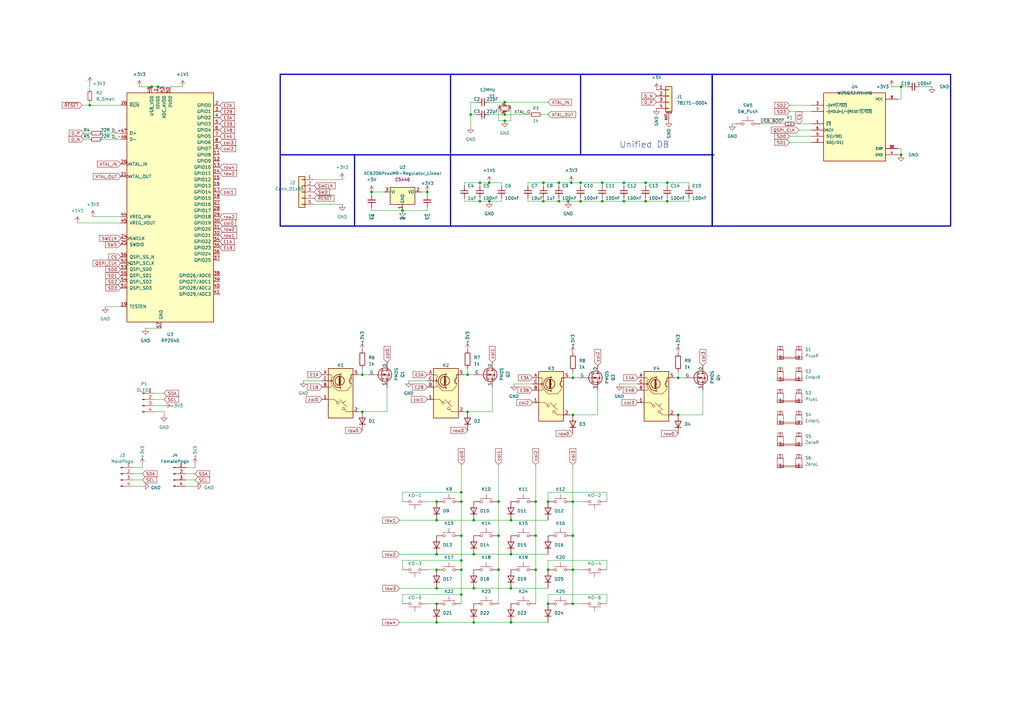
<source format=kicad_sch>
(kicad_sch (version 20230121) (generator eeschema)
  (paper "A3")
  (junction (at 148.59 153.67))
  (junction (at 191.77 153.67))
  (junction (at 200.66 82.55))
  (junction (at 179.07 227.33))
  (junction (at 278.13 154.94))
  (junction (at 64.77 35.56))
  (junction (at 224.79 233.68))
  (junction (at 209.55 241.3))
  (junction (at 234.95 233.68))
  (junction (at 194.31 255.27))
  (junction (at 234.95 247.65))
  (junction (at 179.07 255.27))
  (junction (at 219.71 205.74))
  (junction (at 189.23 229.87))
  (junction (at 165.1 86.36) (diameter 0.9144))
  (junction (at 369.57 35.56))
  (junction (at 209.55 227.33))
  (junction (at 189.23 243.84))
  (junction (at 148.59 168.91))
  (junction (at 278.13 170.18))
  (junction (at 222.885 82.55))
  (junction (at 179.07 247.65))
  (junction (at 229.235 82.55))
  (junction (at 179.07 241.3))
  (junction (at 234.95 205.74))
  (junction (at 175.26 78.74) (diameter 0.9144))
  (junction (at 234.95 154.94))
  (junction (at 207.01 46.99))
  (junction (at 194.31 213.36))
  (junction (at 204.47 219.71))
  (junction (at 179.07 205.74))
  (junction (at 196.85 82.55))
  (junction (at 238.125 82.55))
  (junction (at 179.07 233.68))
  (junction (at 229.235 74.93))
  (junction (at 234.315 74.93))
  (junction (at 207.01 41.91))
  (junction (at 196.85 74.93))
  (junction (at 191.77 168.91))
  (junction (at 179.07 213.36))
  (junction (at 234.95 219.71))
  (junction (at 369.57 63.5))
  (junction (at 222.885 74.93))
  (junction (at 219.71 233.68))
  (junction (at 209.55 213.36))
  (junction (at 224.79 205.74))
  (junction (at 62.23 35.56))
  (junction (at 264.795 82.55))
  (junction (at 273.685 82.55))
  (junction (at 264.795 74.93))
  (junction (at 200.66 74.93))
  (junction (at 219.71 219.71))
  (junction (at 247.015 82.55))
  (junction (at 204.47 233.68))
  (junction (at 234.95 170.18))
  (junction (at 189.23 219.71))
  (junction (at 207.01 49.53))
  (junction (at 189.23 205.74))
  (junction (at 194.31 227.33))
  (junction (at 238.125 74.93))
  (junction (at 233.045 82.55))
  (junction (at 224.79 247.65))
  (junction (at 204.47 205.74))
  (junction (at 209.55 255.27))
  (junction (at 273.685 74.93))
  (junction (at 193.04 46.99))
  (junction (at 194.31 241.3))
  (junction (at 189.23 201.93))
  (junction (at 152.4 78.74) (diameter 0.9144))
  (junction (at 36.83 43.18))
  (junction (at 247.015 74.93))
  (junction (at 255.905 82.55))
  (junction (at 189.23 233.68))
  (junction (at 255.905 74.93))
  (wire (pts (xy 234.95 233.68) (xy 238.76 233.68)))
  (wire (pts (xy 224.79 201.93) (xy 224.79 205.74)))
  (wire (pts (xy 189.23 201.93) (xy 165.1 201.93)))
  (wire (pts (xy 245.11 170.18) (xy 245.11 160.02)))
  (wire (pts (xy 193.04 41.91) (xy 193.04 46.99)))
  (wire (pts (xy 278.13 170.18) (xy 288.29 170.18)))
  (wire (pts (xy 140.335 83.82) (xy 128.905 83.82)))
  (wire (pts (xy 276.86 170.18) (xy 278.13 170.18)))
  (wire (pts (xy 238.125 74.93) (xy 247.015 74.93)))
  (wire (pts (xy 222.25 46.99) (xy 224.79 46.99)))
  (wire (pts (xy 179.07 213.36) (xy 194.31 213.36)))
  (wire (pts (xy 58.42 191.77) (xy 58.42 190.5)))
  (wire (pts (xy 152.4 85.09) (xy 152.4 86.36)))
  (wire (pts (xy 323.85 43.18) (xy 332.74 43.18)))
  (wire (pts (xy 152.4 78.74) (xy 152.4 80.01)))
  (wire (pts (xy 204.47 190.5) (xy 204.47 205.74)))
  (wire (pts (xy 219.71 205.74) (xy 219.71 219.71)))
  (wire (pts (xy 148.59 168.91) (xy 158.75 168.91)))
  (wire (pts (xy 200.66 41.91) (xy 207.01 41.91)))
  (wire (pts (xy 255.905 74.93) (xy 255.905 76.2)))
  (polyline (pts (xy 238.125 30.48) (xy 238.125 63.5)) (stroke (width 0.5) (type solid)))
  (wire (pts (xy 179.07 255.27) (xy 194.31 255.27)))
  (wire (pts (xy 194.31 255.27) (xy 209.55 255.27)))
  (wire (pts (xy 233.68 170.18) (xy 234.95 170.18)))
  (wire (pts (xy 264.795 82.55) (xy 273.685 82.55)))
  (wire (pts (xy 216.535 74.93) (xy 222.885 74.93)))
  (wire (pts (xy 191.77 168.91) (xy 201.93 168.91)))
  (wire (pts (xy 209.55 49.53) (xy 207.01 49.53)))
  (wire (pts (xy 368.3 60.96) (xy 369.57 60.96)))
  (wire (pts (xy 323.85 55.88) (xy 332.74 55.88)))
  (wire (pts (xy 57.15 35.56) (xy 62.23 35.56)))
  (wire (pts (xy 247.015 82.55) (xy 247.015 81.28)))
  (wire (pts (xy 264.795 81.28) (xy 264.795 82.55)))
  (wire (pts (xy 323.85 58.42) (xy 332.74 58.42)))
  (wire (pts (xy 365.76 35.56) (xy 369.57 35.56)))
  (wire (pts (xy 224.79 243.84) (xy 224.79 247.65)))
  (wire (pts (xy 76.2 199.39) (xy 80.01 199.39)))
  (wire (pts (xy 204.47 44.45) (xy 204.47 49.53)))
  (wire (pts (xy 207.01 46.99) (xy 217.17 46.99)))
  (wire (pts (xy 209.55 255.27) (xy 224.79 255.27)))
  (wire (pts (xy 368.3 63.5) (xy 369.57 63.5)))
  (wire (pts (xy 54.61 191.77) (xy 58.42 191.77)))
  (wire (pts (xy 234.95 219.71) (xy 234.95 233.68)))
  (wire (pts (xy 200.66 46.99) (xy 207.01 46.99)))
  (wire (pts (xy 193.04 46.99) (xy 193.04 52.07)))
  (wire (pts (xy 276.86 154.94) (xy 278.13 154.94)))
  (wire (pts (xy 205.74 82.55) (xy 205.74 81.28)))
  (wire (pts (xy 254 157.48) (xy 261.62 157.48)))
  (wire (pts (xy 62.23 35.56) (xy 64.77 35.56)))
  (wire (pts (xy 369.57 35.56) (xy 372.11 35.56)))
  (wire (pts (xy 282.575 74.93) (xy 282.575 76.2)))
  (wire (pts (xy 311.785 50.8) (xy 321.31 50.8)))
  (wire (pts (xy 43.18 125.73) (xy 49.53 125.73)))
  (wire (pts (xy 165.1 243.84) (xy 189.23 243.84)))
  (wire (pts (xy 248.92 243.84) (xy 224.79 243.84)))
  (wire (pts (xy 189.23 243.84) (xy 189.23 247.65)))
  (wire (pts (xy 189.23 233.68) (xy 189.23 243.84)))
  (wire (pts (xy 34.29 54.61) (xy 36.83 54.61)))
  (wire (pts (xy 175.26 85.09) (xy 175.26 86.36)))
  (wire (pts (xy 190.5 168.91) (xy 191.77 168.91)))
  (polyline (pts (xy 114.935 63.5) (xy 292.735 63.5)) (stroke (width 0.5) (type solid)))
  (wire (pts (xy 163.83 255.27) (xy 179.07 255.27)))
  (wire (pts (xy 165.1 229.87) (xy 189.23 229.87)))
  (wire (pts (xy 80.01 191.77) (xy 80.01 190.5)))
  (wire (pts (xy 49.53 91.44) (xy 31.75 91.44)))
  (wire (pts (xy 41.91 54.61) (xy 49.53 54.61)))
  (wire (pts (xy 54.61 196.85) (xy 58.42 196.85)))
  (wire (pts (xy 300.355 50.8) (xy 301.625 50.8)))
  (polyline (pts (xy 114.935 30.48) (xy 185.42 30.48)) (stroke (width 0.5) (type solid)))
  (wire (pts (xy 368.3 40.64) (xy 369.57 40.64)))
  (wire (pts (xy 273.685 74.93) (xy 282.575 74.93)))
  (wire (pts (xy 229.235 74.93) (xy 222.885 74.93)))
  (wire (pts (xy 273.685 82.55) (xy 282.575 82.55)))
  (wire (pts (xy 194.31 213.36) (xy 209.55 213.36)))
  (wire (pts (xy 163.83 227.33) (xy 179.07 227.33)))
  (wire (pts (xy 148.59 151.13) (xy 148.59 153.67)))
  (wire (pts (xy 222.885 74.93) (xy 222.885 76.2)))
  (polyline (pts (xy 114.935 92.71) (xy 292.1 92.71)) (stroke (width 0.5) (type solid)))
  (wire (pts (xy 63.5 166.37) (xy 67.31 166.37)))
  (wire (pts (xy 163.83 241.3) (xy 179.07 241.3)))
  (wire (pts (xy 273.685 74.93) (xy 273.685 76.2)))
  (wire (pts (xy 69.85 35.56) (xy 74.93 35.56)))
  (wire (pts (xy 179.07 241.3) (xy 194.31 241.3)))
  (wire (pts (xy 54.61 194.31) (xy 58.42 194.31)))
  (wire (pts (xy 200.66 82.55) (xy 205.74 82.55)))
  (wire (pts (xy 200.66 74.93) (xy 196.85 74.93)))
  (wire (pts (xy 234.95 190.5) (xy 234.95 205.74)))
  (wire (pts (xy 196.85 82.55) (xy 200.66 82.55)))
  (wire (pts (xy 190.5 82.55) (xy 196.85 82.55)))
  (wire (pts (xy 194.31 227.33) (xy 209.55 227.33)))
  (wire (pts (xy 255.905 74.93) (xy 264.795 74.93)))
  (wire (pts (xy 34.29 57.15) (xy 36.83 57.15)))
  (wire (pts (xy 219.71 219.71) (xy 219.71 233.68)))
  (wire (pts (xy 233.68 154.94) (xy 234.95 154.94)))
  (wire (pts (xy 234.95 170.18) (xy 245.11 170.18)))
  (wire (pts (xy 229.235 74.93) (xy 234.315 74.93)))
  (wire (pts (xy 247.015 82.55) (xy 255.905 82.55)))
  (wire (pts (xy 323.85 45.72) (xy 332.74 45.72)))
  (wire (pts (xy 191.77 151.13) (xy 191.77 153.67)))
  (wire (pts (xy 264.795 74.93) (xy 264.795 76.2)))
  (wire (pts (xy 36.83 34.29) (xy 36.83 36.83)))
  (wire (pts (xy 189.23 205.74) (xy 189.23 219.71)))
  (wire (pts (xy 248.92 233.68) (xy 248.92 229.87)))
  (wire (pts (xy 148.59 153.67) (xy 151.13 153.67)))
  (wire (pts (xy 248.92 247.65) (xy 248.92 243.84)))
  (wire (pts (xy 369.57 60.96) (xy 369.57 63.5)))
  (wire (pts (xy 255.905 81.28) (xy 255.905 82.55)))
  (wire (pts (xy 152.4 78.74) (xy 157.48 78.74)))
  (wire (pts (xy 175.26 205.74) (xy 179.07 205.74)))
  (wire (pts (xy 195.58 41.91) (xy 193.04 41.91)))
  (wire (pts (xy 204.47 205.74) (xy 204.47 219.71)))
  (wire (pts (xy 234.95 154.94) (xy 237.49 154.94)))
  (wire (pts (xy 326.39 50.8) (xy 332.74 50.8)))
  (wire (pts (xy 76.2 194.31) (xy 80.01 194.31)))
  (polyline (pts (xy 238.76 30.48) (xy 292.1 30.48)) (stroke (width 0.5) (type solid)))
  (wire (pts (xy 207.01 41.91) (xy 224.79 41.91)))
  (wire (pts (xy 238.125 74.93) (xy 238.125 76.2)))
  (wire (pts (xy 165.1 201.93) (xy 165.1 205.74)))
  (wire (pts (xy 219.71 233.68) (xy 219.71 247.65)))
  (wire (pts (xy 288.29 170.18) (xy 288.29 160.02)))
  (wire (pts (xy 76.2 191.77) (xy 80.01 191.77)))
  (wire (pts (xy 163.83 213.36) (xy 179.07 213.36)))
  (wire (pts (xy 204.47 233.68) (xy 204.47 247.65)))
  (wire (pts (xy 234.95 247.65) (xy 238.76 247.65)))
  (wire (pts (xy 273.685 82.55) (xy 273.685 81.28)))
  (wire (pts (xy 264.795 74.93) (xy 273.685 74.93)))
  (wire (pts (xy 377.19 35.56) (xy 382.27 35.56)))
  (wire (pts (xy 67.31 168.91) (xy 67.31 170.18)))
  (wire (pts (xy 229.235 81.28) (xy 229.235 82.55)))
  (wire (pts (xy 124.46 156.21) (xy 132.08 156.21)))
  (wire (pts (xy 201.93 168.91) (xy 201.93 158.75)))
  (wire (pts (xy 63.5 168.91) (xy 67.31 168.91)))
  (wire (pts (xy 194.31 241.3) (xy 209.55 241.3)))
  (wire (pts (xy 33.655 43.18) (xy 36.83 43.18)))
  (wire (pts (xy 64.77 35.56) (xy 67.31 35.56)))
  (polyline (pts (xy 114.935 92.71) (xy 114.935 30.48)) (stroke (width 0.5) (type solid)))
  (wire (pts (xy 189.23 190.5) (xy 189.23 201.93)))
  (wire (pts (xy 233.045 82.55) (xy 238.125 82.55)))
  (wire (pts (xy 175.26 78.74) (xy 175.26 80.01)))
  (wire (pts (xy 38.1 88.9) (xy 49.53 88.9)))
  (wire (pts (xy 167.64 156.21) (xy 175.26 156.21)))
  (wire (pts (xy 179.07 227.33) (xy 194.31 227.33)))
  (wire (pts (xy 234.315 74.93) (xy 238.125 74.93)))
  (wire (pts (xy 41.91 57.15) (xy 49.53 57.15)))
  (wire (pts (xy 224.79 229.87) (xy 224.79 233.68)))
  (wire (pts (xy 190.5 153.67) (xy 191.77 153.67)))
  (wire (pts (xy 54.61 199.39) (xy 58.42 199.39)))
  (wire (pts (xy 282.575 82.55) (xy 282.575 81.28)))
  (wire (pts (xy 209.55 213.36) (xy 224.79 213.36)))
  (wire (pts (xy 175.26 247.65) (xy 179.07 247.65)))
  (wire (pts (xy 204.47 219.71) (xy 204.47 233.68)))
  (polyline (pts (xy 185.42 30.48) (xy 238.76 30.48)) (stroke (width 0.5) (type solid)))
  (wire (pts (xy 36.83 43.18) (xy 49.53 43.18)))
  (wire (pts (xy 278.13 154.94) (xy 280.67 154.94)))
  (wire (pts (xy 172.72 78.74) (xy 175.26 78.74)))
  (wire (pts (xy 190.5 81.28) (xy 190.5 82.55)))
  (wire (pts (xy 63.5 161.29) (xy 67.31 161.29)))
  (wire (pts (xy 229.235 82.55) (xy 233.045 82.55)))
  (wire (pts (xy 247.015 74.93) (xy 255.905 74.93)))
  (wire (pts (xy 248.92 201.93) (xy 224.79 201.93)))
  (wire (pts (xy 369.57 35.56) (xy 369.57 40.64)))
  (wire (pts (xy 76.2 196.85) (xy 80.01 196.85)))
  (wire (pts (xy 196.85 81.28) (xy 196.85 82.55)))
  (wire (pts (xy 216.535 76.2) (xy 216.535 74.93)))
  (wire (pts (xy 193.04 46.99) (xy 195.58 46.99)))
  (wire (pts (xy 63.5 163.83) (xy 67.31 163.83)))
  (wire (pts (xy 200.66 74.93) (xy 205.74 74.93)))
  (wire (pts (xy 209.55 227.33) (xy 224.79 227.33)))
  (wire (pts (xy 59.69 134.62) (xy 66.04 134.62)))
  (wire (pts (xy 165.1 247.65) (xy 165.1 243.84)))
  (polyline (pts (xy 145.415 63.5) (xy 145.415 92.71)) (stroke (width 0.5) (type solid)))
  (wire (pts (xy 158.75 168.91) (xy 158.75 158.75)))
  (wire (pts (xy 209.55 44.45) (xy 209.55 49.53)))
  (wire (pts (xy 189.23 201.93) (xy 189.23 205.74)))
  (wire (pts (xy 165.1 86.36) (xy 175.26 86.36)))
  (wire (pts (xy 248.92 205.74) (xy 248.92 201.93)))
  (wire (pts (xy 234.95 205.74) (xy 234.95 219.71)))
  (wire (pts (xy 238.125 82.55) (xy 247.015 82.55)))
  (wire (pts (xy 216.535 81.28) (xy 216.535 82.55)))
  (wire (pts (xy 234.95 152.4) (xy 234.95 154.94)))
  (wire (pts (xy 189.23 229.87) (xy 189.23 233.68)))
  (wire (pts (xy 196.85 74.93) (xy 190.5 74.93)))
  (wire (pts (xy 128.905 73.66) (xy 140.335 73.66)))
  (wire (pts (xy 209.55 241.3) (xy 224.79 241.3)))
  (wire (pts (xy 147.32 153.67) (xy 148.59 153.67)))
  (wire (pts (xy 165.1 86.36) (xy 152.4 86.36)))
  (wire (pts (xy 36.83 41.91) (xy 36.83 43.18)))
  (wire (pts (xy 234.95 233.68) (xy 234.95 247.65)))
  (wire (pts (xy 165.1 233.68) (xy 165.1 229.87)))
  (wire (pts (xy 247.015 74.93) (xy 247.015 76.2)))
  (wire (pts (xy 205.74 74.93) (xy 205.74 76.2)))
  (wire (pts (xy 327.66 53.34) (xy 332.74 53.34)))
  (wire (pts (xy 219.71 190.5) (xy 219.71 205.74)))
  (wire (pts (xy 210.82 157.48) (xy 218.44 157.48)))
  (wire (pts (xy 204.47 49.53) (xy 207.01 49.53)))
  (wire (pts (xy 229.235 74.93) (xy 229.235 76.2)))
  (wire (pts (xy 255.905 82.55) (xy 264.795 82.55)))
  (wire (pts (xy 147.32 168.91) (xy 148.59 168.91)))
  (wire (pts (xy 248.92 229.87) (xy 224.79 229.87)))
  (wire (pts (xy 189.23 219.71) (xy 189.23 229.87)))
  (wire (pts (xy 238.125 82.55) (xy 238.125 81.28)))
  (wire (pts (xy 234.95 205.74) (xy 238.76 205.74)))
  (wire (pts (xy 222.885 81.28) (xy 222.885 82.55)))
  (polyline (pts (xy 184.785 30.48) (xy 184.785 92.71)) (stroke (width 0.5) (type solid)))
  (polyline (pts (xy 292.1 92.71) (xy 292.1 30.48)) (stroke (width 0.5) (type solid)))
  (wire (pts (xy 191.77 153.67) (xy 194.31 153.67)))
  (wire (pts (xy 190.5 74.93) (xy 190.5 76.2)))
  (wire (pts (xy 278.13 152.4) (xy 278.13 154.94)))
  (wire (pts (xy 175.26 233.68) (xy 179.07 233.68)))
  (wire (pts (xy 196.85 74.93) (xy 196.85 76.2)))
  (wire (pts (xy 222.885 82.55) (xy 229.235 82.55)))
  (wire (pts (xy 216.535 82.55) (xy 222.885 82.55)))
  (rectangle (start 292.1 30.48) (end 389.89 92.71) (stroke (width 0.5)))
  (text "Unified DB" (at 254 60.96 0) (effects (font (size 2.54 2.54)) (justify left bottom)))
  (label "XTAL_O" (at 210.82 46.99 0))
  (label "~{USB_BOOT}" (at 311.785 50.8 0))
  (label "D_+" (at 45.72 54.61 0))
  (label "D_-" (at 45.72 57.15 0))
  (global_label "SD1" (shape input) (at 49.53 113.03 180) (property "Intersheetrefs" "${INTERSHEET_REFS}" (effects hide)))
  (global_label "row4" (shape input) (at 90.17 68.58 0) (property "Intersheetrefs" "${INTERSHEET_REFS}" (effects hide)))
  (global_label "col1" (shape input) (at 90.17 78.74 0) (property "Intersheetrefs" "${INTERSHEET_REFS}" (effects hide)))
  (global_label "SWCLK" (shape input) (at 49.53 97.79 180) (property "Intersheetrefs" "${INTERSHEET_REFS}" (effects hide)))
  (global_label "E4A" (shape input) (at 261.62 154.94 180) (property "Intersheetrefs" "${INTERSHEET_REFS}" (effects hide)))
  (global_label "E4B" (shape input) (at 261.62 160.02 180) (property "Intersheetrefs" "${INTERSHEET_REFS}" (effects hide)))
  (global_label "row3" (shape input) (at 163.83 241.3 180) (property "Intersheetrefs" "${INTERSHEET_REFS}" (effects hide)))
  (global_label "E1B" (shape input) (at 90.17 101.6 0) (property "Intersheetrefs" "${INTERSHEET_REFS}" (effects hide)))
  (global_label "col0" (shape input) (at 90.17 91.44 0) (property "Intersheetrefs" "${INTERSHEET_REFS}" (effects hide)))
  (global_label "E3A" (shape input) (at 218.44 154.94 180) (property "Intersheetrefs" "${INTERSHEET_REFS}" (effects hide)))
  (global_label "col0" (shape input) (at 158.75 148.59 90) (property "Intersheetrefs" "${INTERSHEET_REFS}" (effects hide)))
  (global_label "row1" (shape input) (at 163.83 213.36 180) (property "Intersheetrefs" "${INTERSHEET_REFS}" (effects hide)))
  (global_label "E3B" (shape input) (at 90.17 50.8 0) (property "Intersheetrefs" "${INTERSHEET_REFS}" (effects hide)))
  (global_label "E3A" (shape input) (at 90.17 48.26 0) (property "Intersheetrefs" "${INTERSHEET_REFS}" (effects hide)))
  (global_label "col2" (shape input) (at 245.11 149.86 90) (property "Intersheetrefs" "${INTERSHEET_REFS}" (effects hide)))
  (global_label "col3" (shape input) (at 261.62 165.1 180) (property "Intersheetrefs" "${INTERSHEET_REFS}" (effects hide)))
  (global_label "CS" (shape input) (at 49.53 105.41 180) (property "Intersheetrefs" "${INTERSHEET_REFS}" (effects hide)))
  (global_label "~{RESET}" (shape input) (at 33.655 43.18 180) (property "Intersheetrefs" "${INTERSHEET_REFS}" (effects hide)))
  (global_label "SD1" (shape input) (at 323.85 58.42 180) (property "Intersheetrefs" "${INTERSHEET_REFS}" (effects hide)))
  (global_label "row0" (shape input) (at 90.17 93.98 0) (property "Intersheetrefs" "${INTERSHEET_REFS}" (effects hide)))
  (global_label "SWCLK" (shape input) (at 128.905 76.2 0) (property "Intersheetrefs" "${INTERSHEET_REFS}" (effects hide)))
  (global_label "SDA" (shape input) (at 67.31 161.29 0) (property "Intersheetrefs" "${INTERSHEET_REFS}" (effects hide)))
  (global_label "SCL" (shape input) (at 67.31 163.83 0) (property "Intersheetrefs" "${INTERSHEET_REFS}" (effects hide)))
  (global_label "row0" (shape input) (at 234.95 177.8 180) (property "Intersheetrefs" "${INTERSHEET_REFS}" (effects hide)))
  (global_label "col2" (shape input) (at 90.17 60.96 0) (property "Intersheetrefs" "${INTERSHEET_REFS}" (effects hide)))
  (global_label "E1A" (shape input) (at 132.08 153.67 180) (property "Intersheetrefs" "${INTERSHEET_REFS}" (effects hide)))
  (global_label "E2B" (shape input) (at 90.17 45.72 0) (property "Intersheetrefs" "${INTERSHEET_REFS}" (effects hide)))
  (global_label "SD3" (shape input) (at 49.53 118.11 180) (property "Intersheetrefs" "${INTERSHEET_REFS}" (effects hide)))
  (global_label "row3" (shape input) (at 90.17 71.12 0) (property "Intersheetrefs" "${INTERSHEET_REFS}" (effects hide)))
  (global_label "SD3" (shape input) (at 323.85 45.72 180) (property "Intersheetrefs" "${INTERSHEET_REFS}" (effects hide)))
  (global_label "E1B" (shape input) (at 132.08 158.75 180) (property "Intersheetrefs" "${INTERSHEET_REFS}" (effects hide)))
  (global_label "col1" (shape input) (at 201.93 148.59 90) (property "Intersheetrefs" "${INTERSHEET_REFS}" (effects hide)))
  (global_label "XTAL_IN" (shape input) (at 224.79 41.91 0) (property "Intersheetrefs" "${INTERSHEET_REFS}" (effects hide)))
  (global_label "XTAL_OUT" (shape input) (at 224.79 46.99 0) (property "Intersheetrefs" "${INTERSHEET_REFS}" (effects hide)))
  (global_label "XTAL_OUT" (shape input) (at 49.53 72.39 180) (property "Intersheetrefs" "${INTERSHEET_REFS}" (effects hide)))
  (global_label "D_N" (shape input) (at 269.24 39.37 180) (property "Intersheetrefs" "${INTERSHEET_REFS}" (effects hide)))
  (global_label "row2" (shape input) (at 163.83 227.33 180) (property "Intersheetrefs" "${INTERSHEET_REFS}" (effects hide)))
  (global_label "E2B" (shape input) (at 175.26 158.75 180) (property "Intersheetrefs" "${INTERSHEET_REFS}" (effects hide)))
  (global_label "QSPI_CLK" (shape input) (at 327.66 53.34 180) (property "Intersheetrefs" "${INTERSHEET_REFS}" (effects hide)))
  (global_label "~{RESET}" (shape input) (at 128.905 81.28 0) (property "Intersheetrefs" "${INTERSHEET_REFS}" (effects hide)))
  (global_label "CS" (shape input) (at 327.66 50.8 90) (property "Intersheetrefs" "${INTERSHEET_REFS}" (effects hide)))
  (global_label "QSPI_CLK" (shape input) (at 49.53 107.95 180) (property "Intersheetrefs" "${INTERSHEET_REFS}" (effects hide)))
  (global_label "SD0" (shape input) (at 323.85 55.88 180) (property "Intersheetrefs" "${INTERSHEET_REFS}" (effects hide)))
  (global_label "SDA" (shape input) (at 80.01 194.31 0) (property "Intersheetrefs" "${INTERSHEET_REFS}" (effects hide)))
  (global_label "col0" (shape input) (at 132.08 163.83 180) (property "Intersheetrefs" "${INTERSHEET_REFS}" (effects hide)))
  (global_label "SDA" (shape input) (at 58.42 194.31 0) (property "Intersheetrefs" "${INTERSHEET_REFS}" (effects hide)))
  (global_label "E4B" (shape input) (at 90.17 53.34 0) (property "Intersheetrefs" "${INTERSHEET_REFS}" (effects hide)))
  (global_label "D_P" (shape input) (at 269.24 41.91 180) (property "Intersheetrefs" "${INTERSHEET_REFS}" (effects hide)))
  (global_label "col1" (shape input) (at 175.26 163.83 180) (property "Intersheetrefs" "${INTERSHEET_REFS}" (effects hide)))
  (global_label "row0" (shape input) (at 191.77 176.53 180) (property "Intersheetrefs" "${INTERSHEET_REFS}" (effects hide)))
  (global_label "E2A" (shape input) (at 175.26 153.67 180) (property "Intersheetrefs" "${INTERSHEET_REFS}" (effects hide)))
  (global_label "col0" (shape input) (at 189.23 190.5 90) (property "Intersheetrefs" "${INTERSHEET_REFS}" (effects hide)))
  (global_label "SD0" (shape input) (at 49.53 110.49 180) (property "Intersheetrefs" "${INTERSHEET_REFS}" (effects hide)))
  (global_label "SWD" (shape input) (at 128.905 78.74 0) (property "Intersheetrefs" "${INTERSHEET_REFS}" (effects hide)))
  (global_label "col3" (shape input) (at 288.29 149.86 90) (property "Intersheetrefs" "${INTERSHEET_REFS}" (effects hide)))
  (global_label "SD2" (shape input) (at 49.53 115.57 180) (property "Intersheetrefs" "${INTERSHEET_REFS}" (effects hide)))
  (global_label "E3B" (shape input) (at 218.44 160.02 180) (property "Intersheetrefs" "${INTERSHEET_REFS}" (effects hide)))
  (global_label "col3" (shape input) (at 90.17 58.42 0) (property "Intersheetrefs" "${INTERSHEET_REFS}" (effects hide)))
  (global_label "col3" (shape input) (at 234.95 190.5 90) (property "Intersheetrefs" "${INTERSHEET_REFS}" (effects hide)))
  (global_label "SCL" (shape input) (at 58.42 196.85 0) (property "Intersheetrefs" "${INTERSHEET_REFS}" (effects hide)))
  (global_label "D_P" (shape input) (at 34.29 54.61 180) (property "Intersheetrefs" "${INTERSHEET_REFS}" (effects hide)))
  (global_label "E4A" (shape input) (at 90.17 55.88 0) (property "Intersheetrefs" "${INTERSHEET_REFS}" (effects hide)))
  (global_label "col1" (shape input) (at 204.47 190.5 90) (property "Intersheetrefs" "${INTERSHEET_REFS}" (effects hide)))
  (global_label "E2A" (shape input) (at 90.17 43.18 0) (property "Intersheetrefs" "${INTERSHEET_REFS}" (effects hide)))
  (global_label "row2" (shape input) (at 90.17 88.9 0) (property "Intersheetrefs" "${INTERSHEET_REFS}" (effects hide)))
  (global_label "row0" (shape input) (at 148.59 176.53 180) (property "Intersheetrefs" "${INTERSHEET_REFS}" (effects hide)))
  (global_label "SCL" (shape input) (at 80.01 196.85 0) (property "Intersheetrefs" "${INTERSHEET_REFS}" (effects hide)))
  (global_label "col2" (shape input) (at 219.71 190.5 90) (property "Intersheetrefs" "${INTERSHEET_REFS}" (effects hide)))
  (global_label "row1" (shape input) (at 90.17 96.52 0) (property "Intersheetrefs" "${INTERSHEET_REFS}" (effects hide)))
  (global_label "col2" (shape input) (at 218.44 165.1 180) (property "Intersheetrefs" "${INTERSHEET_REFS}" (effects hide)))
  (global_label "SWD" (shape input) (at 49.53 100.33 180) (property "Intersheetrefs" "${INTERSHEET_REFS}" (effects hide)))
  (global_label "SD2" (shape input) (at 323.85 43.18 180) (property "Intersheetrefs" "${INTERSHEET_REFS}" (effects hide)))
  (global_label "row4" (shape input) (at 163.83 255.27 180) (property "Intersheetrefs" "${INTERSHEET_REFS}" (effects hide)))
  (global_label "D_N" (shape input) (at 34.29 57.15 180) (property "Intersheetrefs" "${INTERSHEET_REFS}" (effects hide)))
  (global_label "row0" (shape input) (at 278.13 177.8 180) (property "Intersheetrefs" "${INTERSHEET_REFS}" (effects hide)))
  (global_label "XTAL_IN" (shape input) (at 49.53 67.31 180) (property "Intersheetrefs" "${INTERSHEET_REFS}" (effects hide)))
  (global_label "E1A" (shape input) (at 90.17 99.06 0) (property "Intersheetrefs" "${INTERSHEET_REFS}" (effects hide)))
  (symbol (lib_id "power:+3V3") (at 278.13 144.78 0) (unit 1)
    (property "Reference" "#PWR028" (effects hide))
    (property "Value" "+3V3" (at 278.13 139.7 90))
  )
  (symbol (lib_id "Device:C_Small") (at 282.575 78.74 0) (unit 1)
    (property "Reference" "C15" (at 283.845 76.1999 0) (effects (justify left)))
    (property "Value" "100nF" (at 283.845 81.2799 0) (effects (justify left)))
    (property "Footprint" "Capacitor_SMD:C_0402_1005Metric" (effects hide))
    (property "LCSC" "C1525" (effects hide))
  )
  (symbol (lib_id "Connector:Conn_01x04_Male") (at 58.42 163.83 0) (unit 1)
    (property "Reference" "P1" (at 59.055 157.48 0))
    (property "Value" "OLED2" (at 59.055 160.02 0))
    (property "Footprint" "Libraries:OLED_v2" (effects hide))
  )
  (symbol (lib_id "power:+3V3") (at 140.335 73.66 0) (unit 1)
    (property "Reference" "#PWR014" (effects hide))
    (property "Value" "+3V3" (at 140.335 68.58 0))
  )
  (symbol (lib_name "SW_Push_1") (lib_id "Switch:SW_Push") (at 170.18 205.74 180) (unit 1)
    (property "Reference" "KO-1" (at 170.18 203.2 0))
    (property "Value" "Left+" (effects hide))
    (property "Footprint" "Switch_Keyboard_Hotswap_Kailh:SW_Hotswap_Kailh_MX_plated_1.00u_Vias" (effects hide))
  )
  (symbol (lib_id "marbastlib-mx:MX_stab") (at 323.85 189.23 0) (unit 1)
    (property "Reference" "S6" (at 330.2 187.8329 0) (effects (justify left)))
    (property "Value" "ZeroL" (at 330.2 190.3729 0) (effects (justify left)))
    (property "Footprint" "marbastlib-mx:STAB_MX_P_2u" (effects hide))
  )
  (symbol (lib_id "Switch:SW_Push") (at 184.15 247.65 0) (unit 1)
    (property "Reference" "K22" (at 184.15 242.57 0))
    (property "Value" "LZero" (effects hide))
    (property "Footprint" "Switch_Keyboard_Hotswap_Kailh:SW_Hotswap_Millmax_1.00u" (effects hide))
  )
  (symbol (lib_id "Switch:SW_Push") (at 184.15 205.74 0) (unit 1)
    (property "Reference" "K9" (at 184.15 200.66 0))
    (property "Value" "7" (effects hide))
    (property "Footprint" "Switch_Keyboard_Hotswap_Kailh:SW_Hotswap_Kailh_MX_plated_1.00u_Vias" (effects hide))
  )
  (symbol (lib_id "power:+3V3") (at 36.83 34.29 0) (unit 1)
    (property "Reference" "#PWR03" (effects hide))
    (property "Value" "+3V3" (at 40.64 34.29 0))
  )
  (symbol (lib_id "Device:C_Small") (at 238.125 78.74 0) (unit 1)
    (property "Reference" "C10" (at 239.395 76.1999 0) (effects (justify left)))
    (property "Value" "100nF" (at 239.395 81.2799 0) (effects (justify left)))
    (property "Footprint" "Capacitor_SMD:C_0402_1005Metric" (effects hide))
    (property "LCSC" "C1525" (effects hide))
  )
  (symbol (lib_id "Device:R_Small") (at 39.37 57.15 90) (unit 1)
    (property "Reference" "R5" (at 35.56 55.88 90))
    (property "Value" "22R" (at 43.18 55.88 90))
    (property "Footprint" "Resistor_SMD:R_0603_1608Metric" (effects hide))
    (property "LCSC" "C25190" (effects hide))
  )
  (symbol (lib_id "Diode:1N4148W") (at 194.31 223.52 90) (unit 1)
    (property "Reference" "D14" (at 196.85 223.5199 90) (effects (justify right)))
    (property "Value" "1N4148W" (effects hide))
    (property "Footprint" "Diode_SMD:D_SOD-123" (effects hide))
    (property "Datasheet" "https://www.vishay.com/docs/85748/1n4148w.pdf" (effects hide))
  )
  (symbol (lib_id "kicad-keyboard-parts:XC6206PxxxMR-Regulator_Linear") (at 165.1 78.74 0) (unit 1)
    (property "Reference" "U2" (at 165.1 68.58 0))
    (property "Value" "XC6206PxxxMR-Regulator_Linear" (at 165.1 71.12 0))
    (property "Footprint" "Package_TO_SOT_SMD:SOT-23" (effects hide))
    (property "Datasheet" "https://www.torexsemi.com/file/xc6206/XC6206.pdf" (effects hide))
    (property "LCSC" "C5446" (at 165.1 73.66 0))
  )
  (symbol (lib_id "Connector:Conn_01x04_Male") (at 49.53 194.31 0) (unit 1)
    (property "Reference" "J3" (at 50.165 186.69 0))
    (property "Value" "MalePogo" (at 50.165 189.23 0))
    (property "Footprint" "Extra-components:1x04_3.00mm_Magnetic Pogo_Male" (effects hide))
  )
  (symbol (lib_id "power:+3V3") (at 191.77 143.51 0) (unit 1)
    (property "Reference" "#PWR019" (effects hide))
    (property "Value" "+3V3" (at 191.77 138.43 90))
  )
  (symbol (lib_id "power:+3V3") (at 38.1 88.9 0) (unit 1)
    (property "Reference" "#PWR021" (effects hide))
    (property "Value" "+3V3" (at 38.1 83.82 0))
  )
  (symbol (lib_id "skyloong:SKYLOONG") (at 139.7 161.29 0) (unit 1)
    (property "Reference" "K1" (at 139.7 149.86 0))
    (property "Value" "~" (at 139.7 156.21 0))
    (property "Footprint" "Switch_Keyboard_Hotswap_Kailh:SW_Hotswap_Kailh_MX_plated_1.00u_Enc_Standalone" (effects hide))
  )
  (symbol (lib_id "Simulation_SPICE:PMOS") (at 199.39 153.67 0) (unit 1)
    (property "Reference" "Q2" (at 208.28 154.94 90) (effects (justify left)))
    (property "Value" "PMOS" (at 205.74 156.21 90) (effects (justify left)))
    (property "Footprint" "Keebio-Parts:SOT-23" (effects hide))
    (property "Datasheet" "https://ngspice.sourceforge.io/docs/ngspice-manual.pdf" (effects hide))
    (property "Sim.Device" "PMOS" (effects hide))
    (property "Sim.Type" "VDMOS" (effects hide))
    (property "Sim.Pins" "1=D 2=G 3=S" (effects hide))
  )
  (symbol (lib_id "Diode:1N4148W") (at 224.79 251.46 90) (unit 1)
    (property "Reference" "D24" (at 227.33 251.4599 90) (effects (justify right)))
    (property "Value" "1N4148W" (effects hide))
    (property "Footprint" "Diode_SMD:D_SOD-123" (effects hide))
    (property "Datasheet" "https://www.vishay.com/docs/85748/1n4148w.pdf" (effects hide))
  )
  (symbol (lib_id "Device:C_Small") (at 190.5 78.74 0) (unit 1)
    (property "Reference" "C4" (at 191.77 76.1999 0) (effects (justify left)))
    (property "Value" "1uF" (at 191.77 81.2799 0) (effects (justify left)))
    (property "Footprint" "Capacitor_SMD:C_0402_1005Metric" (effects hide))
    (property "LCSC" "C52923" (effects hide))
  )
  (symbol (lib_id "Device:Crystal_GND24_Small") (at 207.01 44.45 270) (unit 1)
    (property "Reference" "Y1" (at 203.2 39.37 90) (effects (justify right)))
    (property "Value" "12MHz" (at 203.2 36.83 90) (effects (justify right)))
    (property "Footprint" "Crystal:Crystal_SMD_3225-4Pin_3.2x2.5mm" (effects hide))
    (property "LCSC" "C9002" (effects hide))
  )
  (symbol (lib_id "Switch:SW_Push") (at 184.15 233.68 0) (unit 1)
    (property "Reference" "K17" (at 184.15 228.6 0))
    (property "Value" "1" (effects hide))
    (property "Footprint" "Switch_Keyboard_Hotswap_Kailh:SW_Hotswap_Kailh_MX_plated_1.00u_Vias" (effects hide))
  )
  (symbol (lib_id "Device:C_Small") (at 264.795 78.74 0) (unit 1)
    (property "Reference" "C13" (at 266.065 76.1999 0) (effects (justify left)))
    (property "Value" "100nF" (at 266.065 81.2799 0) (effects (justify left)))
    (property "Footprint" "Capacitor_SMD:C_0402_1005Metric" (effects hide))
    (property "LCSC" "C1525" (effects hide))
  )
  (symbol (lib_id "skyloong:SKYLOONG") (at 182.88 161.29 0) (unit 1)
    (property "Reference" "K2" (at 182.88 149.86 0))
    (property "Value" "~" (at 182.88 156.21 0))
    (property "Footprint" "Switch_Keyboard_Hotswap_Kailh:SW_Hotswap_Kailh_MX_plated_1.00u_Enc_Standalone" (effects hide))
  )
  (symbol (lib_id "USON-8(4x3):AT25SL321-MBUE-T") (at 350.52 50.8 0) (unit 1)
    (property "Reference" "U4" (at 350.52 35.56 0))
    (property "Value" "W25Q32JVUUIQ" (at 350.52 38.1 0))
    (property "Footprint" "Extra-components:SON80P400X300X60-10N" (effects hide))
    (property "STANDARD" "IPC 7351B" (effects hide))
    (property "PARTREV" "A" (effects hide))
    (property "MAXIMUM_PACKAGE_HEIGHT" "0.6mm" (effects hide))
    (property "MANUFACTURER" "Dialog Semicondutor" (effects hide))
  )
  (symbol (lib_id "power:GND") (at 140.335 83.82 0) (unit 1)
    (property "Reference" "#PWR015" (effects hide))
    (property "Value" "GND" (at 140.335 88.9 0))
  )
  (symbol (lib_id "Switch:SW_Push") (at 306.705 50.8 0) (unit 1) (in_bom no)
    (property "Reference" "SW5" (at 306.705 43.18 0))
    (property "Value" "SW_Push" (at 306.705 45.72 0))
    (property "Footprint" "marbastlib-various:SW_C843666" (effects hide))
  )
  (symbol (lib_id "Switch:SW_Push") (at 214.63 205.74 0) (unit 1)
    (property "Reference" "K11" (at 214.63 200.66 0))
    (property "Value" "9" (effects hide))
    (property "Footprint" "Switch_Keyboard_Hotswap_Kailh:SW_Hotswap_Kailh_MX_plated_1.00u_Vias" (effects hide))
  )
  (symbol (lib_id "power:GND") (at 80.01 199.39 90) (unit 1)
    (property "Reference" "#PWR036" (effects hide))
    (property "Value" "GND" (at 83.693 200.025 90) (effects (justify right)))
  )
  (symbol (lib_id "Diode:1N4148W") (at 179.07 251.46 90) (unit 1)
    (property "Reference" "D21" (at 181.61 251.4599 90) (effects (justify right)))
    (property "Value" "1N4148W" (effects hide))
    (property "Footprint" "Diode_SMD:D_SOD-123" (effects hide))
    (property "Datasheet" "https://www.vishay.com/docs/85748/1n4148w.pdf" (effects hide))
  )
  (symbol (lib_id "Switch:SW_Push") (at 214.63 219.71 0) (unit 1)
    (property "Reference" "K15" (at 214.63 214.63 0))
    (property "Value" "6" (effects hide))
    (property "Footprint" "Switch_Keyboard_Hotswap_Kailh:SW_Hotswap_Kailh_MX_plated_1.00u_Vias" (effects hide))
  )
  (symbol (lib_id "marbastlib-mx:MX_stab") (at 323.85 171.45 0) (unit 1)
    (property "Reference" "S4" (at 330.2 170.0529 0) (effects (justify left)))
    (property "Value" "EnterL" (at 330.2 172.5929 0) (effects (justify left)))
    (property "Footprint" "marbastlib-mx:STAB_MX_2u" (effects hide))
  )
  (symbol (lib_name "SW_Push_1") (lib_id "Switch:SW_Push") (at 170.18 247.65 180) (unit 1)
    (property "Reference" "KO-5" (at 170.18 245.11 0))
    (property "Value" "OPT4" (effects hide))
    (property "Footprint" "Switch_Keyboard_Hotswap_Kailh:SW_Hotswap_Millmax_1.00u" (effects hide))
  )
  (symbol (lib_id "marbastlib-mx:MX_stab") (at 323.85 144.78 0) (unit 1)
    (property "Reference" "S1" (at 330.2 143.3829 0) (effects (justify left)))
    (property "Value" "PlusR" (at 330.2 145.9229 0) (effects (justify left)))
    (property "Footprint" "marbastlib-mx:STAB_MX_P_2u" (effects hide))
  )
  (symbol (lib_id "Diode:1N4148W") (at 179.07 237.49 90) (unit 1)
    (property "Reference" "D17" (at 181.61 237.4899 90) (effects (justify right)))
    (property "Value" "1N4148W" (effects hide))
    (property "Footprint" "Diode_SMD:D_SOD-123" (effects hide))
    (property "Datasheet" "https://www.vishay.com/docs/85748/1n4148w.pdf" (effects hide))
  )
  (symbol (lib_id "power:+3V3") (at 365.76 35.56 0) (unit 1)
    (property "Reference" "#PWR034" (effects hide))
    (property "Value" "+3V3" (at 361.95 35.56 0))
  )
  (symbol (lib_id "power:+3V3") (at 148.59 143.51 0) (unit 1)
    (property "Reference" "#PWR02" (effects hide))
    (property "Value" "+3V3" (at 148.59 138.43 90))
  )
  (symbol (lib_id "Device:R") (at 278.13 148.59 0) (unit 1)
    (property "Reference" "R9" (at 280.67 147.955 0) (effects (justify left)))
    (property "Value" "1k" (at 280.67 150.495 0) (effects (justify left)))
    (property "Footprint" "Resistor_SMD:R_0603_1608Metric" (effects hide))
  )
  (symbol (lib_id "power:GND") (at 165.1 86.36 0) (unit 1)
    (property "Reference" "#PWR017" (effects hide))
    (property "Value" "GND" (at 165.1 89.535 0) (effects (font (size 0.762 0.762))))
  )
  (symbol (lib_id "Diode:1N4148W") (at 191.77 172.72 90) (unit 1)
    (property "Reference" "D2" (at 194.31 172.7199 90) (effects (justify right)))
    (property "Value" "1N4148W" (effects hide))
    (property "Footprint" "Diode_SMD:D_SOD-123" (effects hide))
    (property "Datasheet" "https://www.vishay.com/docs/85748/1n4148w.pdf" (effects hide))
  )
  (symbol (lib_name "SW_Push_1") (lib_id "Switch:SW_Push") (at 243.84 233.68 180) (unit 1)
    (property "Reference" "KO-4" (at 243.84 231.14 0))
    (property "Value" "OPT3" (effects hide))
    (property "Footprint" "Switch_Keyboard_Hotswap_Kailh:SW_Hotswap_Kailh_MX_plated_1.00u_Vias" (effects hide))
  )
  (symbol (lib_id "power:GND") (at 124.46 156.21 0) (unit 1)
    (property "Reference" "#PWR07" (effects hide))
    (property "Value" "GND" (at 124.46 161.29 0))
  )
  (symbol (lib_id "Diode:1N4148W") (at 224.79 237.49 90) (unit 1)
    (property "Reference" "D20" (at 227.33 237.4899 90) (effects (justify right)))
    (property "Value" "1N4148W" (effects hide))
    (property "Footprint" "Diode_SMD:D_SOD-123" (effects hide))
    (property "Datasheet" "https://www.vishay.com/docs/85748/1n4148w.pdf" (effects hide))
  )
  (symbol (lib_id "power:+1V1") (at 31.75 91.44 0) (unit 1)
    (property "Reference" "#PWR022" (effects hide))
    (property "Value" "+1V1" (at 31.75 86.36 0))
  )
  (symbol (lib_id "Device:C_Small") (at 255.905 78.74 0) (unit 1)
    (property "Reference" "C12" (at 257.175 76.1999 0) (effects (justify left)))
    (property "Value" "100nF" (at 257.175 81.2799 0) (effects (justify left)))
    (property "Footprint" "Capacitor_SMD:C_0402_1005Metric" (effects hide))
    (property "LCSC" "C1525" (effects hide))
  )
  (symbol (lib_id "Device:R") (at 234.95 148.59 0) (unit 1)
    (property "Reference" "R8" (at 237.49 147.955 0) (effects (justify left)))
    (property "Value" "1k" (at 237.49 150.495 0) (effects (justify left)))
    (property "Footprint" "Resistor_SMD:R_0603_1608Metric" (effects hide))
  )
  (symbol (lib_id "Device:R_Small") (at 323.85 50.8 90) (unit 1)
    (property "Reference" "R1" (at 323.85 48.26 90))
    (property "Value" "1k" (at 323.85 50.8 90))
    (property "Footprint" "Resistor_SMD:R_0603_1608Metric" (effects hide))
    (property "LCSC" "C11702" (effects hide))
  )
  (symbol (lib_id "power:GND") (at 300.355 50.8 0) (unit 1)
    (property "Reference" "#PWR01" (effects hide))
    (property "Value" "GND" (at 300.355 55.88 0))
  )
  (symbol (lib_id "Switch:SW_Push") (at 214.63 247.65 0) (unit 1)
    (property "Reference" "K24" (at 214.63 242.57 0))
    (property "Value" "." (effects hide))
    (property "Footprint" "Switch_Keyboard_Hotswap_Kailh:SW_Hotswap_Kailh_MX_plated_1.00u_Vias" (effects hide))
  )
  (symbol (lib_id "Connector_Generic_MountingPin:Conn_01x04_MountingPin") (at 274.32 39.37 0) (unit 1)
    (property "Reference" "J1" (at 277.495 39.7255 0) (effects (justify left)))
    (property "Value" "78171-0004" (at 277.495 42.2655 0) (effects (justify left)))
    (property "Footprint" "Connector_JST:JST_ACH_BM04B-ACHSS-A-GAN-ETF_1x04-1MP_P1.20mm_Vertical" (effects hide))
    (property "Manufacturer" "MOLEX" (effects hide))
    (property "Manufacturer Part Number" "78171-0004" (effects hide))
    (property "LCSC Part Number" "C588524" (effects hide))
  )
  (symbol (lib_id "Device:C_Small") (at 247.015 78.74 0) (unit 1)
    (property "Reference" "C11" (at 248.285 76.1999 0) (effects (justify left)))
    (property "Value" "100nF" (at 248.285 81.2799 0) (effects (justify left)))
    (property "Footprint" "Capacitor_SMD:C_0402_1005Metric" (effects hide))
    (property "LCSC" "C1525" (effects hide))
  )
  (symbol (lib_id "Switch:SW_Push") (at 199.39 219.71 0) (unit 1)
    (property "Reference" "K14" (at 199.39 214.63 0))
    (property "Value" "5" (effects hide))
    (property "Footprint" "Switch_Keyboard_Hotswap_Kailh:SW_Hotswap_Kailh_MX_plated_1.00u_Vias" (effects hide))
  )
  (symbol (lib_id "power:GND") (at 369.57 63.5 0) (unit 1)
    (property "Reference" "#PWR038" (effects hide))
    (property "Value" "GND" (at 374.65 63.5 0))
  )
  (symbol (lib_id "Sleep-lib:RP2040") (at 69.85 86.36 0) (unit 1)
    (property "Reference" "U3" (at 69.85 137.16 0))
    (property "Value" "RP2040" (at 69.85 139.7 0))
    (property "Footprint" "Sleep-footprints:RP2040-QFN-56" (effects hide))
    (property "Datasheet" "https://datasheets.raspberrypi.com/rp2040/rp2040-datasheet.pdf" (effects hide))
    (property "LCSC" "C2040" (effects hide))
  )
  (symbol (lib_id "Device:R") (at 148.59 147.32 0) (unit 1)
    (property "Reference" "R6" (at 151.13 146.685 0) (effects (justify left)))
    (property "Value" "1k" (at 151.13 149.225 0) (effects (justify left)))
    (property "Footprint" "Resistor_SMD:R_0603_1608Metric" (effects hide))
  )
  (symbol (lib_id "Diode:1N4148W") (at 194.31 209.55 90) (unit 1)
    (property "Reference" "D10" (at 196.85 209.5499 90) (effects (justify right)))
    (property "Value" "1N4148W" (effects hide))
    (property "Footprint" "Diode_SMD:D_SOD-123" (effects hide))
    (property "Datasheet" "https://www.vishay.com/docs/85748/1n4148w.pdf" (effects hide))
  )
  (symbol (lib_id "Diode:1N4148W") (at 234.95 173.99 90) (unit 1)
    (property "Reference" "D3" (at 237.49 173.9899 90) (effects (justify right)))
    (property "Value" "1N4148W" (effects hide))
    (property "Footprint" "Diode_SMD:D_SOD-123" (effects hide))
    (property "Datasheet" "https://www.vishay.com/docs/85748/1n4148w.pdf" (effects hide))
  )
  (symbol (lib_id "power:+3V3") (at 57.15 35.56 0) (unit 1)
    (property "Reference" "#PWR05" (effects hide))
    (property "Value" "+3V3" (at 57.15 30.48 0))
  )
  (symbol (lib_id "power:GND") (at 274.32 49.53 0) (unit 1)
    (property "Reference" "#PWR0102" (effects hide))
    (property "Value" "GND" (at 274.32 52.705 90) (effects (justify right)))
  )
  (symbol (lib_id "Device:R_Small") (at 39.37 54.61 90) (unit 1)
    (property "Reference" "R4" (at 35.56 53.34 90))
    (property "Value" "22R" (at 43.18 53.34 90))
    (property "Footprint" "Resistor_SMD:R_0603_1608Metric" (effects hide))
    (property "LCSC" "C25190" (effects hide))
  )
  (symbol (lib_id "Switch:SW_Push") (at 199.39 233.68 0) (unit 1)
    (property "Reference" "K18" (at 199.39 228.6 0))
    (property "Value" "2" (effects hide))
    (property "Footprint" "Switch_Keyboard_Hotswap_Kailh:SW_Hotswap_Kailh_MX_plated_1.00u_Vias" (effects hide))
  )
  (symbol (lib_id "Device:C_Small") (at 198.12 41.91 90) (unit 1)
    (property "Reference" "C2" (at 195.58 40.64 90))
    (property "Value" "22pF" (at 201.93 40.64 90))
    (property "Footprint" "Capacitor_SMD:C_0402_1005Metric" (effects hide))
    (property "LCSC" "C1555" (effects hide))
  )
  (symbol (lib_id "power:GND") (at 193.04 52.07 0) (unit 1)
    (property "Reference" "#PWR08" (effects hide))
    (property "Value" "GND" (at 193.04 57.15 0))
  )
  (symbol (lib_name "SW_Push_1") (lib_id "Switch:SW_Push") (at 243.84 205.74 180) (unit 1)
    (property "Reference" "KO-2" (at 243.84 203.2 0))
    (property "Value" "OPT1" (effects hide))
    (property "Footprint" "Switch_Keyboard_Hotswap_Kailh:SW_Hotswap_Kailh_MX_plated_1.00u_Vias" (effects hide))
  )
  (symbol (lib_id "skyloong:SKYLOONG") (at 269.24 162.56 0) (unit 1)
    (property "Reference" "K4" (at 269.24 151.13 0))
    (property "Value" "~" (at 269.24 157.48 0))
    (property "Footprint" "Switch_Keyboard_Hotswap_Kailh:SW_Hotswap_Kailh_MX_plated_1.00u_Enc_Standalone" (effects hide))
  )
  (symbol (lib_id "Simulation_SPICE:PMOS") (at 285.75 154.94 0) (unit 1)
    (property "Reference" "Q4" (at 294.64 156.21 90) (effects (justify left)))
    (property "Value" "PMOS" (at 292.1 157.48 90) (effects (justify left)))
    (property "Footprint" "Keebio-Parts:SOT-23" (effects hide))
    (property "Datasheet" "https://ngspice.sourceforge.io/docs/ngspice-manual.pdf" (effects hide))
    (property "Sim.Device" "PMOS" (effects hide))
    (property "Sim.Type" "VDMOS" (effects hide))
    (property "Sim.Pins" "1=D 2=G 3=S" (effects hide))
  )
  (symbol (lib_id "Switch:SW_Push") (at 229.87 205.74 0) (unit 1)
    (property "Reference" "K12" (at 229.87 200.66 0))
    (property "Value" "Right+" (effects hide))
    (property "Footprint" "Switch_Keyboard_Hotswap_Kailh:SW_Hotswap_Kailh_MX_plated_1.00u_Vias" (effects hide))
  )
  (symbol (lib_id "Diode:1N4148W") (at 194.31 251.46 90) (unit 1)
    (property "Reference" "D22" (at 196.85 251.4599 90) (effects (justify right)))
    (property "Value" "1N4148W" (effects hide))
    (property "Footprint" "Diode_SMD:D_SOD-123" (effects hide))
    (property "Datasheet" "https://www.vishay.com/docs/85748/1n4148w.pdf" (effects hide))
  )
  (symbol (lib_id "Device:R") (at 191.77 147.32 0) (unit 1)
    (property "Reference" "R7" (at 194.31 146.685 0) (effects (justify left)))
    (property "Value" "1k" (at 194.31 149.225 0) (effects (justify left)))
    (property "Footprint" "Resistor_SMD:R_0603_1608Metric" (effects hide))
  )
  (symbol (lib_id "Diode:1N4148W") (at 224.79 223.52 90) (unit 1)
    (property "Reference" "D16" (at 227.33 223.5199 90) (effects (justify right)))
    (property "Value" "1N4148W" (effects hide))
    (property "Footprint" "Diode_SMD:D_SOD-123" (effects hide))
    (property "Datasheet" "https://www.vishay.com/docs/85748/1n4148w.pdf" (effects hide))
  )
  (symbol (lib_id "Switch:SW_Push") (at 229.87 247.65 0) (unit 1)
    (property "Reference" "K25" (at 229.87 242.57 0))
    (property "Value" "OPT5" (effects hide))
    (property "Footprint" "Switch_Keyboard_Hotswap_Kailh:SW_Hotswap_Millmax_1.00u" (effects hide))
  )
  (symbol (lib_id "Diode:1N4148W") (at 179.07 223.52 90) (unit 1)
    (property "Reference" "D13" (at 181.61 223.5199 90) (effects (justify right)))
    (property "Value" "1N4148W" (effects hide))
    (property "Footprint" "Diode_SMD:D_SOD-123" (effects hide))
    (property "Datasheet" "https://www.vishay.com/docs/85748/1n4148w.pdf" (effects hide))
  )
  (symbol (lib_id "Switch:SW_Push") (at 199.39 205.74 0) (unit 1)
    (property "Reference" "K10" (at 199.39 200.66 0))
    (property "Value" "8" (effects hide))
    (property "Footprint" "Switch_Keyboard_Hotswap_Kailh:SW_Hotswap_Kailh_MX_plated_1.00u_Vias" (effects hide))
  )
  (symbol (lib_id "marbastlib-mx:MX_stab") (at 323.85 162.56 0) (unit 1)
    (property "Reference" "S3" (at 330.2 161.1629 0) (effects (justify left)))
    (property "Value" "PlusL" (at 330.2 163.7029 0) (effects (justify left)))
    (property "Footprint" "marbastlib-mx:STAB_MX_P_2u" (effects hide))
  )
  (symbol (lib_id "power:GND") (at 269.24 44.45 0) (unit 1)
    (property "Reference" "#PWR0103" (effects hide))
    (property "Value" "GND" (at 269.24 47.625 90) (effects (justify right)))
  )
  (symbol (lib_id "marbastlib-mx:MX_stab") (at 323.85 180.34 0) (unit 1)
    (property "Reference" "S5" (at 330.2 178.9429 0) (effects (justify left)))
    (property "Value" "ZeroR" (at 330.2 181.4829 0) (effects (justify left)))
    (property "Footprint" "marbastlib-mx:STAB_MX_P_2u" (effects hide))
  )
  (symbol (lib_id "Diode:1N4148W") (at 209.55 237.49 90) (unit 1)
    (property "Reference" "D19" (at 212.09 237.4899 90) (effects (justify right)))
    (property "Value" "1N4148W" (effects hide))
    (property "Footprint" "Diode_SMD:D_SOD-123" (effects hide))
    (property "Datasheet" "https://www.vishay.com/docs/85748/1n4148w.pdf" (effects hide))
  )
  (symbol (lib_id "Switch:SW_Push") (at 199.39 247.65 0) (unit 1)
    (property "Reference" "K23" (at 199.39 242.57 0))
    (property "Value" "." (effects hide))
    (property "Footprint" "Switch_Keyboard_Hotswap_Kailh:SW_Hotswap_Kailh_MX_plated_1.00u_Vias" (effects hide))
  )
  (symbol (lib_id "power:+3V3") (at 234.315 74.93 0) (unit 1)
    (property "Reference" "#PWR013" (effects hide))
    (property "Value" "+3V3" (at 234.315 69.85 0))
  )
  (symbol (lib_id "power:GND") (at 58.42 199.39 90) (unit 1)
    (property "Reference" "#PWR035" (effects hide))
    (property "Value" "GND" (at 61.849 200.025 90) (effects (justify right)))
  )
  (symbol (lib_id "Diode:1N4148W") (at 209.55 209.55 90) (unit 1)
    (property "Reference" "D11" (at 212.09 209.5499 90) (effects (justify right)))
    (property "Value" "1N4148W" (effects hide))
    (property "Footprint" "Diode_SMD:D_SOD-123" (effects hide))
    (property "Datasheet" "https://www.vishay.com/docs/85748/1n4148w.pdf" (effects hide))
  )
  (symbol (lib_id "Device:C_Small") (at 198.12 46.99 90) (unit 1)
    (property "Reference" "C3" (at 195.58 45.72 90))
    (property "Value" "22pF" (at 201.93 45.72 90))
    (property "Footprint" "Capacitor_SMD:C_0402_1005Metric" (effects hide))
    (property "LCSC" "C1555" (effects hide))
  )
  (symbol (lib_id "Diode:1N4148W") (at 148.59 172.72 90) (unit 1)
    (property "Reference" "D1" (at 151.13 172.7199 90) (effects (justify right)))
    (property "Value" "1N4148W" (effects hide))
    (property "Footprint" "Diode_SMD:D_SOD-123" (effects hide))
    (property "Datasheet" "https://www.vishay.com/docs/85748/1n4148w.pdf" (effects hide))
  )
  (symbol (lib_id "Device:C_Small") (at 273.685 78.74 0) (unit 1)
    (property "Reference" "C14" (at 274.955 76.1999 0) (effects (justify left)))
    (property "Value" "100nF" (at 274.955 81.2799 0) (effects (justify left)))
    (property "Footprint" "Capacitor_SMD:C_0402_1005Metric" (effects hide))
    (property "LCSC" "C1525" (effects hide))
  )
  (symbol (lib_id "power:GND") (at 43.18 125.73 0) (unit 1)
    (property "Reference" "#PWR023" (effects hide))
    (property "Value" "GND" (at 43.18 130.81 0))
  )
  (symbol (lib_id "power:+3.3V") (at 175.26 78.74 0) (unit 1)
    (property "Reference" "#PWR018" (effects hide))
    (property "Value" "+3.3V" (at 175.26 75.1926 0))
  )
  (symbol (lib_id "Diode:1N4148W") (at 209.55 223.52 90) (unit 1)
    (property "Reference" "D15" (at 212.09 223.5199 90) (effects (justify right)))
    (property "Value" "1N4148W" (effects hide))
    (property "Footprint" "Diode_SMD:D_SOD-123" (effects hide))
    (property "Datasheet" "https://www.vishay.com/docs/85748/1n4148w.pdf" (effects hide))
  )
  (symbol (lib_id "Device:C_Small") (at 152.4 82.55 180) (unit 1)
    (property "Reference" "C16" (at 152.4 88.265 0) (effects (font (size 0.762 0.762))))
    (property "Value" "1uF" (at 152.4 89.535 0) (effects (font (size 0.762 0.762))))
    (property "Footprint" "Capacitor_SMD:C_0402_1005Metric" (effects hide))
    (property "LCSC" "C52923" (effects hide))
  )
  (symbol (lib_id "power:+3V3") (at 80.01 190.5 0) (unit 1)
    (property "Reference" "#PWR033" (effects hide))
    (property "Value" "+3V3" (at 80.01 185.42 90))
  )
  (symbol (lib_id "power:GND") (at 254 157.48 0) (unit 1)
    (property "Reference" "#PWR027" (effects hide))
    (property "Value" "GND" (at 254 162.56 0))
  )
  (symbol (lib_id "power:+3V3") (at 67.31 166.37 270) (unit 1)
    (property "Reference" "#PWR020" (effects hide))
    (property "Value" "+3V3" (at 72.39 166.37 90))
  )
  (symbol (lib_id "Simulation_SPICE:PMOS") (at 156.21 153.67 0) (unit 1)
    (property "Reference" "Q1" (at 165.1 154.94 90) (effects (justify left)))
    (property "Value" "PMOS" (at 162.56 156.21 90) (effects (justify left)))
    (property "Footprint" "Keebio-Parts:SOT-23" (effects hide))
    (property "Datasheet" "https://ngspice.sourceforge.io/docs/ngspice-manual.pdf" (effects hide))
    (property "Sim.Device" "PMOS" (effects hide))
    (property "Sim.Type" "VDMOS" (effects hide))
    (property "Sim.Pins" "1=D 2=G 3=S" (effects hide))
  )
  (symbol (lib_id "Device:C_Small") (at 229.235 78.74 0) (unit 1)
    (property "Reference" "C9" (at 230.505 76.1999 0) (effects (justify left)))
    (property "Value" "100nF" (at 230.505 81.2799 0) (effects (justify left)))
    (property "Footprint" "Capacitor_SMD:C_0402_1005Metric" (effects hide))
    (property "LCSC" "C1525" (effects hide))
  )
  (symbol (lib_id "power:+3V3") (at 58.42 190.5 0) (unit 1)
    (property "Reference" "#PWR030" (effects hide))
    (property "Value" "+3V3" (at 58.42 185.42 90))
  )
  (symbol (lib_id "power:GND") (at 382.27 35.56 0) (unit 1)
    (property "Reference" "#PWR037" (effects hide))
    (property "Value" "GND" (at 387.35 35.56 0))
  )
  (symbol (lib_id "Switch:SW_Push") (at 229.87 233.68 0) (unit 1)
    (property "Reference" "K20" (at 229.87 228.6 0))
    (property "Value" "REnt" (effects hide))
    (property "Footprint" "Switch_Keyboard_Hotswap_Kailh:SW_Hotswap_Kailh_MX_plated_1.00u_Vias" (effects hide))
  )
  (symbol (lib_id "Device:C_Small") (at 205.74 78.74 0) (unit 1)
    (property "Reference" "C6" (at 207.01 76.1999 0) (effects (justify left)))
    (property "Value" "100nF" (at 207.01 81.2799 0) (effects (justify left)))
    (property "Footprint" "Capacitor_SMD:C_0402_1005Metric" (effects hide))
    (property "LCSC" "C1525" (effects hide))
  )
  (symbol (lib_id "power:GND") (at 67.31 170.18 0) (unit 1)
    (property "Reference" "#PWR0104" (effects hide))
    (property "Value" "GND" (at 67.31 175.26 0))
  )
  (symbol (lib_id "marbastlib-mx:MX_stab") (at 323.85 153.67 0) (unit 1)
    (property "Reference" "S2" (at 330.2 152.2729 0) (effects (justify left)))
    (property "Value" "EnterR" (at 330.2 154.8129 0) (effects (justify left)))
    (property "Footprint" "marbastlib-mx:STAB_MX_2u" (effects hide))
  )
  (symbol (lib_id "Connector:Conn_01x04_Male") (at 71.12 194.31 0) (unit 1)
    (property "Reference" "J4" (at 71.755 186.69 0))
    (property "Value" "FemalePogo" (at 71.755 189.23 0))
    (property "Footprint" "Extra-components:1x04_3.00mm_Magnetic Pogo_Female" (effects hide))
  )
  (symbol (lib_id "Device:C_Small") (at 196.85 78.74 0) (unit 1)
    (property "Reference" "C5" (at 198.12 76.1999 0) (effects (justify left)))
    (property "Value" "100nF" (at 198.12 81.2799 0) (effects (justify left)))
    (property "Footprint" "Capacitor_SMD:C_0402_1005Metric" (effects hide))
    (property "LCSC" "C1525" (effects hide))
  )
  (symbol (lib_id "power:+5V") (at 269.24 36.83 0) (unit 1)
    (property "Reference" "#PWR0101" (effects hide))
    (property "Value" "+5V" (at 269.24 31.75 0))
  )
  (symbol (lib_id "power:GND") (at 210.82 157.48 0) (unit 1)
    (property "Reference" "#PWR025" (effects hide))
    (property "Value" "GND" (at 210.82 162.56 0))
  )
  (symbol (lib_id "power:GND") (at 207.01 49.53 0) (unit 1)
    (property "Reference" "#PWR010" (effects hide))
    (property "Value" "GND" (at 207.01 54.61 0))
  )
  (symbol (lib_name "SW_Push_1") (lib_id "Switch:SW_Push") (at 243.84 247.65 180) (unit 1)
    (property "Reference" "KO-6" (at 243.84 245.11 0))
    (property "Value" "OPT6" (effects hide))
    (property "Footprint" "Switch_Keyboard_Hotswap_Kailh:SW_Hotswap_Millmax_1.00u" (effects hide))
  )
  (symbol (lib_id "Device:C_Small") (at 216.535 78.74 0) (unit 1)
    (property "Reference" "C7" (at 217.805 76.1999 0) (effects (justify left)))
    (property "Value" "10uF" (at 217.805 81.2799 0) (effects (justify left)))
    (property "Footprint" "Capacitor_SMD:C_0402_1005Metric" (effects hide))
    (property "LCSC" "C15525" (effects hide))
  )
  (symbol (lib_id "Simulation_SPICE:PMOS") (at 242.57 154.94 0) (unit 1)
    (property "Reference" "Q3" (at 251.46 156.21 90) (effects (justify left)))
    (property "Value" "PMOS" (at 248.92 157.48 90) (effects (justify left)))
    (property "Footprint" "Keebio-Parts:SOT-23" (effects hide))
    (property "Datasheet" "https://ngspice.sourceforge.io/docs/ngspice-manual.pdf" (effects hide))
    (property "Sim.Device" "PMOS" (effects hide))
    (property "Sim.Type" "VDMOS" (effects hide))
    (property "Sim.Pins" "1=D 2=G 3=S" (effects hide))
  )
  (symbol (lib_id "Diode:1N4148W") (at 224.79 209.55 90) (unit 1)
    (property "Reference" "D12" (at 227.33 209.5499 90) (effects (justify right)))
    (property "Value" "1N4148W" (effects hide))
    (property "Footprint" "Diode_SMD:D_SOD-123" (effects hide))
    (property "Datasheet" "https://www.vishay.com/docs/85748/1n4148w.pdf" (effects hide))
  )
  (symbol (lib_id "power:+5V") (at 152.4 78.74 0) (unit 1)
    (property "Reference" "#PWR016" (effects hide))
    (property "Value" "+5V" (at 152.4 73.66 0))
  )
  (symbol (lib_id "Diode:1N4148W") (at 209.55 251.46 90) (unit 1)
    (property "Reference" "D23" (at 212.09 251.4599 90) (effects (justify right)))
    (property "Value" "1N4148W" (effects hide))
    (property "Footprint" "Diode_SMD:D_SOD-123" (effects hide))
    (property "Datasheet" "https://www.vishay.com/docs/85748/1n4148w.pdf" (effects hide))
  )
  (symbol (lib_id "Switch:SW_Push") (at 184.15 219.71 0) (unit 1)
    (property "Reference" "K13" (at 184.15 214.63 0))
    (property "Value" "4" (effects hide))
    (property "Footprint" "Switch_Keyboard_Hotswap_Kailh:SW_Hotswap_Kailh_MX_plated_1.00u_Vias" (effects hide))
  )
  (symbol (lib_id "Diode:1N4148W") (at 179.07 209.55 90) (unit 1)
    (property "Reference" "D9" (at 181.61 209.5499 90) (effects (justify right)))
    (property "Value" "1N4148W" (effects hide))
    (property "Footprint" "Diode_SMD:D_SOD-123" (effects hide))
    (property "Datasheet" "https://www.vishay.com/docs/85748/1n4148w.pdf" (effects hide))
  )
  (symbol (lib_id "power:+1V1") (at 200.66 74.93 0) (unit 1)
    (property "Reference" "#PWR04" (effects hide))
    (property "Value" "+1V1" (at 200.66 69.85 0))
  )
  (symbol (lib_id "power:+1V1") (at 74.93 35.56 0) (unit 1)
    (property "Reference" "#PWR06" (effects hide))
    (property "Value" "+1V1" (at 74.93 30.48 0))
  )
  (symbol (lib_id "power:+3V3") (at 234.95 144.78 0) (unit 1)
    (property "Reference" "#PWR026" (effects hide))
    (property "Value" "+3V3" (at 234.95 139.7 90))
  )
  (symbol (lib_id "Device:C_Small") (at 374.65 35.56 90) (unit 1)
    (property "Reference" "C18" (at 373.3799 34.29 90) (effects (justify left)))
    (property "Value" "100nF" (at 382.2699 34.29 90) (effects (justify left)))
    (property "Footprint" "Capacitor_SMD:C_0402_1005Metric" (effects hide))
    (property "LCSC" "C1525" (effects hide))
  )
  (symbol (lib_id "Connector_Generic:Conn_01x05") (at 123.825 78.74 0) (mirror y) (unit 1) (in_bom no)
    (property "Reference" "J2" (at 120.015 74.93 0))
    (property "Value" "Conn_01x05" (at 118.745 77.47 0))
    (property "Footprint" "Connector_PinHeader_2.00mm:PinHeader_1x05_P2.00mm_Vertical" (effects hide))
  )
  (symbol (lib_id "power:GND") (at 200.66 82.55 0) (unit 1)
    (property "Reference" "#PWR09" (effects hide))
    (property "Value" "GND" (at 200.66 87.63 0))
  )
  (symbol (lib_id "Device:R_Small") (at 36.83 39.37 0) (unit 1)
    (property "Reference" "R2" (at 39.37 38.0999 0) (effects (justify left)))
    (property "Value" "R_Small" (at 39.37 40.6399 0) (effects (justify left)))
    (property "Footprint" "Resistor_SMD:R_0603_1608Metric" (effects hide))
    (property "LCSC" "C11702" (effects hide))
  )
  (symbol (lib_id "Device:R_Small") (at 219.71 46.99 90) (unit 1)
    (property "Reference" "R3" (at 219.71 44.45 90))
    (property "Value" "1k" (at 219.71 49.53 90))
    (property "Footprint" "Resistor_SMD:R_0603_1608Metric" (effects hide))
    (property "LCSC" "C11702" (effects hide))
  )
  (symbol (lib_id "Diode:1N4148W") (at 278.13 173.99 90) (unit 1)
    (property "Reference" "D4" (at 280.67 173.9899 90) (effects (justify right)))
    (property "Value" "1N4148W" (effects hide))
    (property "Footprint" "Diode_SMD:D_SOD-123" (effects hide))
    (property "Datasheet" "https://www.vishay.com/docs/85748/1n4148w.pdf" (effects hide))
  )
  (symbol (lib_id "Diode:1N4148W") (at 194.31 237.49 90) (unit 1)
    (property "Reference" "D18" (at 196.85 237.4899 90) (effects (justify right)))
    (property "Value" "1N4148W" (effects hide))
    (property "Footprint" "Diode_SMD:D_SOD-123" (effects hide))
    (property "Datasheet" "https://www.vishay.com/docs/85748/1n4148w.pdf" (effects hide))
  )
  (symbol (lib_id "Switch:SW_Push") (at 229.87 219.71 0) (unit 1)
    (property "Reference" "K16" (at 229.87 214.63 0))
    (property "Value" "OPT2" (effects hide))
    (property "Footprint" "Switch_Keyboard_Hotswap_Kailh:SW_Hotswap_Kailh_MX_plated_1.00u_Vias" (effects hide))
  )
  (symbol (lib_id "power:GND") (at 59.69 134.62 0) (unit 1)
    (property "Reference" "#PWR024" (effects hide))
    (property "Value" "GND" (at 59.69 139.7 0))
  )
  (symbol (lib_name "SW_Push_1") (lib_id "Switch:SW_Push") (at 170.18 233.68 180) (unit 1)
    (property "Reference" "KO-3" (at 170.18 231.14 0))
    (property "Value" "LEnt" (effects hide))
    (property "Footprint" "Switch_Keyboard_Hotswap_Kailh:SW_Hotswap_Kailh_MX_plated_1.00u_Vias" (effects hide))
  )
  (symbol (lib_id "Switch:SW_Push") (at 214.63 233.68 0) (unit 1)
    (property "Reference" "K19" (at 214.63 228.6 0))
    (property "Value" "3" (effects hide))
    (property "Footprint" "Switch_Keyboard_Hotswap_Kailh:SW_Hotswap_Kailh_MX_plated_1.00u_Vias" (effects hide))
  )
  (symbol (lib_id "power:GND") (at 233.045 82.55 0) (unit 1)
    (property "Reference" "#PWR012" (effects hide))
    (property "Value" "GND" (at 233.045 87.63 0))
  )
  (symbol (lib_id "Device:C_Small") (at 222.885 78.74 0) (unit 1)
    (property "Reference" "C8" (at 224.155 76.1999 0) (effects (justify left)))
    (property "Value" "1uF" (at 224.155 81.2799 0) (effects (justify left)))
    (property "Footprint" "Capacitor_SMD:C_0402_1005Metric" (effects hide))
    (property "LCSC" "C52923" (effects hide))
  )
  (symbol (lib_id "skyloong:SKYLOONG") (at 226.06 162.56 0) (unit 1)
    (property "Reference" "K3" (at 226.06 151.13 0))
    (property "Value" "~" (at 226.06 157.48 0))
    (property "Footprint" "Switch_Keyboard_Hotswap_Kailh:SW_Hotswap_Kailh_MX_plated_1.00u_Enc_Standalone" (effects hide))
  )
  (symbol (lib_id "Device:C_Small") (at 175.26 82.55 180) (unit 1)
    (property "Reference" "C17" (at 175.26 88.265 0) (effects (font (size 0.762 0.762))))
    (property "Value" "1uF" (at 175.26 89.535 0) (effects (font (size 0.762 0.762))))
    (property "Footprint" "Capacitor_SMD:C_0402_1005Metric" (effects hide))
    (property "LCSC" "C52923" (effects hide))
  )
  (symbol (lib_id "power:GND") (at 167.64 156.21 0) (unit 1)
    (property "Reference" "#PWR011" (effects hide))
    (property "Value" "GND" (at 167.64 161.29 0))
  )
)
</source>
